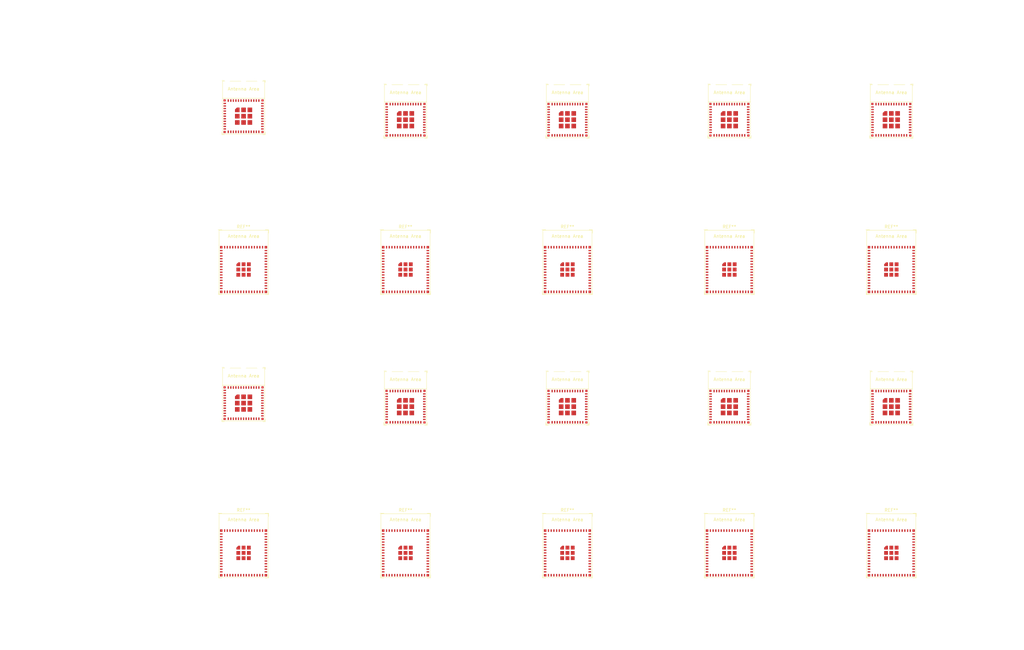
<source format=kicad_pcb>
(kicad_pcb (version 20221018) (generator pcbnew)
  (title_block (rev "v1.0.0"))
  (layers (0 "F.Cu" signal) (31 "B.Cu" signal) (34 "B.Paste" user) (35 "F.Paste" user) (36 "B.SilkS" user "B.Silkscreen") (37 "F.SilkS" user "F.Silkscreen") (38 "B.Mask" user) (39 "F.Mask" user) (44 "Edge.Cuts" user))
  (net 0 "")
  (footprint "$pcb_stencil:StencilHole2mm" (layer "F.Cu") (at 161.29 209.55)
    (fp_text reference "REF**" hide)
    (fp_text value "StencilHole2mm" hide)
  )
  (footprint "$pcb_stencil:StencilHole2mm" (layer "F.Cu") (at 298.45 84.93)
    (fp_text reference "REF**" hide)
    (fp_text value "StencilHole2mm" hide)
  )
  (footprint "$pcb_stencil:StencilHole2mm" (layer "F.Cu") (at 201.93 135.89)
    (fp_text reference "REF**" hide)
    (fp_text value "StencilHole2mm" hide)
  )
  (footprint "$pcb_stencil:StencilHole2mm" (layer "F.Cu") (at 196.85 152.08)
    (fp_text reference "REF**" hide)
    (fp_text value "StencilHole2mm" hide)
  )
  (footprint "$pcb_stencil:StencilHole2mm" (layer "F.Cu") (at 303.53 174.94)
    (fp_text reference "REF**" hide)
    (fp_text value "StencilHole2mm" hide)
  )
  (footprint "$pcb_stencil:StencilHole2mm" (layer "F.Cu") (at 313.69 110.49)
    (fp_text reference "REF**" hide)
    (fp_text value "StencilHole2mm" hide)
  )
  (footprint "$pcb_stencil:StencilHole2mm" (layer "F.Cu") (at 146.05 84.93)
    (fp_text reference "REF**" hide)
    (fp_text value "StencilHole2mm" hide)
  )
  (footprint "$pcb_stencil:StencilHole2mm" (layer "F.Cu") (at 100.33 60.96)
    (fp_text reference "REF**" hide)
    (fp_text value "StencilHole2mm" hide)
  )
  (footprint "$pcb_stencil:StencilHole2mm" (layer "F.Cu") (at 260.35 73.5)
    (fp_text reference "REF**" hide)
    (fp_text value "StencilHole2mm" hide)
  )
  (footprint "$pcb_stencil:StencilHole2mm" (layer "F.Cu") (at 105.41 60.96)
    (fp_text reference "REF**" hide)
    (fp_text value "StencilHole2mm" hide)
  )
  (footprint "$pcb_stencil:StencilHole2mm" (layer "F.Cu") (at 262.89 130.81 90)
    (fp_text reference "REF**" hide)
    (fp_text value "StencilHole2mm" hide)
  )
  (footprint "$pcb_stencil:StencilHole2mm" (layer "F.Cu") (at 95.25 224.79)
    (fp_text reference "REF**" hide)
    (fp_text value "StencilHole2mm" hide)
  )
  (footprint "$pcb_stencil:StencilHole2mm" (layer "F.Cu") (at 234.95 68.42)
    (fp_text reference "REF**" hide)
    (fp_text value "StencilHole2mm" hide)
  )
  (footprint "$pcb_stencil:StencilHole2mm" (layer "F.Cu") (at 209.55 78.58)
    (fp_text reference "REF**" hide)
    (fp_text value "StencilHole2mm" hide)
  )
  (footprint "$pcb_stencil:StencilHole2mm" (layer "F.Cu") (at 242.57 135.89)
    (fp_text reference "REF**" hide)
    (fp_text value "StencilHole2mm" hide)
  )
  (footprint "$pcb_stencil:StencilHole2mm" (layer "F.Cu") (at 313.69 204.47)
    (fp_text reference "REF**" hide)
    (fp_text value "StencilHole2mm" hide)
  )
  (footprint "$pcb_stencil:StencilHole2mm" (layer "F.Cu") (at 196.85 135.89)
    (fp_text reference "REF**" hide)
    (fp_text value "StencilHole2mm" hide)
  )
  (footprint "$pcb_stencil:StencilHole2mm" (layer "F.Cu") (at 133.35 163.51)
    (fp_text reference "REF**" hide)
    (fp_text value "StencilHole2mm" hide)
  )
  (footprint "$pcb_stencil:StencilHole2mm" (layer "F.Cu") (at 85.09 194.31)
    (fp_text reference "REF**" hide)
    (fp_text value "StencilHole2mm" hide)
  )
  (footprint "$pcb_stencil:StencilHole2mm" (layer "F.Cu") (at 313.69 219.71 90)
    (fp_text reference "REF**" hide)
    (fp_text value "StencilHole2mm" hide)
  )
  (footprint "$pcb_stencil:StencilHole2mm" (layer "F.Cu") (at 252.73 152.08)
    (fp_text reference "REF**" hide)
    (fp_text value "StencilHole2mm" hide)
  )
  (footprint "$pcb_stencil:StencilHole2mm" (layer "F.Cu") (at 234.95 78.58)
    (fp_text reference "REF**" hide)
    (fp_text value "StencilHole2mm" hide)
  )
  (footprint "$pcb_stencil:StencilHole2mm" (layer "F.Cu") (at 158.75 158.43)
    (fp_text reference "REF**" hide)
    (fp_text value "StencilHole2mm" hide)
  )
  (footprint "$pcb_stencil:StencilHole2mm" (layer "F.Cu") (at 311.15 158.43)
    (fp_text reference "REF**" hide)
    (fp_text value "StencilHole2mm" hide)
  )
  (footprint "$pcb_stencil:StencilHole2mm" (layer "F.Cu") (at 207.01 62.07)
    (fp_text reference "REF**" hide)
    (fp_text value "StencilHole2mm" hide)
  )
  (footprint "$pcb_stencil:StencilHole2mm" (layer "F.Cu") (at 247.65 84.93)
    (fp_text reference "REF**" hide)
    (fp_text value "StencilHole2mm" hide)
  )
  (footprint "$pcb_stencil:StencilHole2mm" (layer "F.Cu") (at 252.73 84.93)
    (fp_text reference "REF**" hide)
    (fp_text value "StencilHole2mm" hide)
  )
  (footprint "$pcb_stencil:StencilHole2mm" (layer "F.Cu") (at 146.05 105.41)
    (fp_text reference "REF**" hide)
    (fp_text value "StencilHole2mm" hide)
  )
  (footprint "$pcb_stencil:StencilHole2mm" (layer "F.Cu") (at 288.29 84.93)
    (fp_text reference "REF**" hide)
    (fp_text value "StencilHole2mm" hide)
  )
  (footprint "$pcb_stencil:StencilHole2mm" (layer "F.Cu") (at 186.69 105.41)
    (fp_text reference "REF**" hide)
    (fp_text value "StencilHole2mm" hide)
  )
  (footprint "$pcb_stencil:StencilHole2mm" (layer "F.Cu") (at 212.09 125.73 90)
    (fp_text reference "REF**" hide)
    (fp_text value "StencilHole2mm" hide)
  )
  (footprint "$pcb_stencil:StencilHole2mm" (layer "F.Cu") (at 232.41 204.47)
    (fp_text reference "REF**" hide)
    (fp_text value "StencilHole2mm" hide)
  )
  (footprint "$pcb_stencil:StencilHole2mm" (layer "F.Cu") (at 285.75 78.58)
    (fp_text reference "REF**" hide)
    (fp_text value "StencilHole2mm" hide)
  )
  (footprint "$pcb_stencil:StencilHole2mm" (layer "F.Cu") (at 212.09 204.47)
    (fp_text reference "REF**" hide)
    (fp_text value "StencilHole2mm" hide)
  )
  (footprint "$pcb_stencil:StencilHole2mm" (layer "F.Cu") (at 207.01 224.79)
    (fp_text reference "REF**" hide)
    (fp_text value "StencilHole2mm" hide)
  )
  (footprint "Espressif:ESP32-S2-MINI-1" (layer "F.Cu") (at 298.45 120.65)
    (fp_text reference "REF**")
    (fp_text value "ESP32-S2-MINI-1")
  )
  (footprint "$pcb_stencil:StencilHole2mm" (layer "F.Cu") (at 161.29 199.39)
    (fp_text reference "REF**" hide)
    (fp_text value "StencilHole2mm" hide)
  )
  (footprint "$pcb_stencil:StencilHole2mm" (layer "F.Cu") (at 262.89 125.73 90)
    (fp_text reference "REF**" hide)
    (fp_text value "StencilHole2mm" hide)
  )
  (footprint "$pcb_stencil:StencilHole2mm" (layer "F.Cu") (at 207.01 152.08)
    (fp_text reference "REF**" hide)
    (fp_text value "StencilHole2mm" hide)
  )
  (footprint "Espressif:ESP32-S2-MINI-1" (layer "F.Cu") (at 298.45 209.55)
    (fp_text reference "REF**")
    (fp_text value "ESP32-S2-MINI-1")
  )
  (footprint "$pcb_stencil:StencilHole2mm" (layer "F.Cu") (at 146.05 135.89)
    (fp_text reference "REF**" hide)
    (fp_text value "StencilHole2mm" hide)
  )
  (footprint "$pcb_stencil:StencilHole2mm" (layer "F.Cu") (at 212.09 199.39)
    (fp_text reference "REF**" hide)
    (fp_text value "StencilHole2mm" hide)
  )
  (footprint "$pcb_stencil:StencilHole2mm" (layer "F.Cu") (at 283.21 204.47)
    (fp_text reference "REF**" hide)
    (fp_text value "StencilHole2mm" hide)
  )
  (footprint "$pcb_stencil:StencilHole2mm" (layer "F.Cu") (at 184.15 68.42)
    (fp_text reference "REF**" hide)
    (fp_text value "StencilHole2mm" hide)
  )
  (footprint "$pcb_stencil:StencilHole2mm" (layer "F.Cu") (at 130.81 115.57)
    (fp_text reference "REF**" hide)
    (fp_text value "StencilHole2mm" hide)
  )
  (footprint "Espressif:ESP32-S2-MINI-1" (layer "F.Cu") (at 146.05 120.65)
    (fp_text reference "REF**")
    (fp_text value "ESP32-S2-MINI-1")
  )
  (footprint "$pcb_stencil:StencilHole2mm" (layer "F.Cu") (at 308.61 224.79)
    (fp_text reference "REF**" hide)
    (fp_text value "StencilHole2mm" hide)
  )
  (footprint "$pcb_stencil:StencilHole2mm" (layer "F.Cu") (at 82.55 162.4)
    (fp_text reference "REF**" hide)
    (fp_text value "StencilHole2mm" hide)
  )
  (footprint "$pcb_stencil:StencilHole2mm" (layer "F.Cu") (at 135.89 152.08)
    (fp_text reference "REF**" hide)
    (fp_text value "StencilHole2mm" hide)
  )
  (footprint "$pcb_stencil:StencilHole2mm" (layer "F.Cu") (at 156.21 84.93)
    (fp_text reference "REF**" hide)
    (fp_text value "StencilHole2mm" hide)
  )
  (footprint "$pcb_stencil:StencilHole2mm" (layer "F.Cu") (at 283.21 219.71 90)
    (fp_text reference "REF**" hide)
    (fp_text value "StencilHole2mm" hide)
  )
  (footprint "$pcb_stencil:StencilHole2mm" (layer "F.Cu") (at 212.09 219.71 90)
    (fp_text reference "REF**" hide)
    (fp_text value "StencilHole2mm" hide)
  )
  (footprint "Espressif:ESP32-C3-MINI-1" (layer "F.Cu") (at 95.25 69.85)
    (fp_text reference "REF**" hide)
    (fp_text value "ESP32-C3-MINI-1")
  )
  (footprint "$pcb_stencil:StencilHole2mm" (layer "F.Cu") (at 161.29 115.57)
    (fp_text reference "REF**" hide)
    (fp_text value "StencilHole2mm" hide)
  )
  (footprint "$pcb_stencil:StencilHole2mm" (layer "F.Cu") (at 262.89 120.65)
    (fp_text reference "REF**" hide)
    (fp_text value "StencilHole2mm" hide)
  )
  (footprint "$pcb_stencil:StencilHole2mm" (layer "F.Cu") (at 293.37 84.93)
    (fp_text reference "REF**" hide)
    (fp_text value "StencilHole2mm" hide)
  )
  (footprint "$pcb_stencil:StencilHole2mm" (layer "F.Cu") (at 90.17 135.89)
    (fp_text reference "REF**" hide)
    (fp_text value "StencilHole2mm" hide)
  )
  (footprint "$pcb_stencil:StencilHole2mm" (layer "F.Cu") (at 212.09 120.65)
    (fp_text reference "REF**" hide)
    (fp_text value "StencilHole2mm" hide)
  )
  (footprint "$pcb_stencil:StencilHole2mm" (layer "F.Cu") (at 209.55 168.59)
    (fp_text reference "REF**" hide)
    (fp_text value "StencilHole2mm" hide)
  )
  (footprint "$pcb_stencil:StencilHole2mm" (layer "F.Cu") (at 262.89 204.47)
    (fp_text reference "REF**" hide)
    (fp_text value "StencilHole2mm" hide)
  )
  (footprint "$pcb_stencil:StencilHole2mm" (layer "F.Cu") (at 293.37 105.41)
    (fp_text reference "REF**" hide)
    (fp_text value "StencilHole2mm" hide)
  )
  (footprint "$pcb_stencil:StencilHole2mm" (layer "F.Cu") (at 161.29 125.73 90)
    (fp_text reference "REF**" hide)
    (fp_text value "StencilHole2mm" hide)
  )
  (footprint "$pcb_stencil:StencilHole2mm" (layer "F.Cu") (at 181.61 214.63 90)
    (fp_text reference "REF**" hide)
    (fp_text value "StencilHole2mm" hide)
  )
  (footprint "$pcb_stencil:StencilHole2mm" (layer "F.Cu") (at 107.95 162.4)
    (fp_text reference "REF**" hide)
    (fp_text value "StencilHole2mm" hide)
  )
  (footprint "Espressif:ESP32-C3-MINI-1" (layer "F.Cu") (at 247.65 160.97)
    (fp_text reference "REF**" hide)
    (fp_text value "ESP32-C3-MINI-1")
  )
  (footprint "$pcb_stencil:StencilHole2mm" (layer "F.Cu") (at 80.01 120.65)
    (fp_text reference "REF**" hide)
    (fp_text value "StencilHole2mm" hide)
  )
  (footprint "$pcb_stencil:StencilHole2mm" (layer "F.Cu") (at 191.77 174.94)
    (fp_text reference "REF**" hide)
    (fp_text value "StencilHole2mm" hide)
  )
  (footprint "$pcb_stencil:StencilHole2mm" (layer "F.Cu") (at 260.35 78.58)
    (fp_text reference "REF**" hide)
    (fp_text value "StencilHole2mm" hide)
  )
  (footprint "$pcb_stencil:StencilHole2mm" (layer "F.Cu") (at 82.55 167.48)
    (fp_text reference "REF**" hide)
    (fp_text value "StencilHole2mm" hide)
  )
  (footprint "$pcb_stencil:StencilHole2mm" (layer "F.Cu") (at 85.09 150.97)
    (fp_text reference "REF**" hide)
    (fp_text value "StencilHole2mm" hide)
  )
  (footprint "$pcb_stencil:StencilHole2mm" (layer "F.Cu") (at 90.17 194.31)
    (fp_text reference "REF**" hide)
    (fp_text value "StencilHole2mm" hide)
  )
  (footprint "$pcb_stencil:StencilHole2mm" (layer "F.Cu") (at 181.61 199.39)
    (fp_text reference "REF**" hide)
    (fp_text value "StencilHole2mm" hide)
  )
  (footprint "$pcb_stencil:StencilHole2mm" (layer "F.Cu") (at 80.01 219.71 90)
    (fp_text reference "REF**" hide)
    (fp_text value "StencilHole2mm" hide)
  )
  (footprint "$pcb_stencil:StencilHole2mm" (layer "F.Cu") (at 285.75 73.5)
    (fp_text reference "REF**" hide)
    (fp_text value "StencilHole2mm" hide)
  )
  (footprint "$pcb_stencil:StencilHole2mm" (layer "F.Cu") (at 257.81 62.07)
    (fp_text reference "REF**" hide)
    (fp_text value "StencilHole2mm" hide)
  )
  (footprint "$pcb_stencil:StencilHole2mm" (layer "F.Cu") (at 232.41 209.55)
    (fp_text reference "REF**" hide)
    (fp_text value "StencilHole2mm" hide)
  )
  (footprint "$pcb_stencil:StencilHole2mm" (layer "F.Cu") (at 85.09 83.82)
    (fp_text reference "REF**" hide)
    (fp_text value "StencilHole2mm" hide)
  )
  (footprint "$pcb_stencil:StencilHole2mm" (layer "F.Cu") (at 107.95 157.32)
    (fp_text reference "REF**" hide)
    (fp_text value "StencilHole2mm" hide)
  )
  (footprint "$pcb_stencil:StencilHole2mm" (layer "F.Cu") (at 262.89 199.39)
    (fp_text reference "REF**" hide)
    (fp_text value "StencilHole2mm" hide)
  )
  (footprint "$pcb_stencil:StencilHole2mm" (layer "F.Cu") (at 293.37 174.94)
    (fp_text reference "REF**" hide)
    (fp_text value "StencilHole2mm" hide)
  )
  (footprint "$pcb_stencil:StencilHole2mm" (layer "F.Cu") (at 90.17 173.83)
    (fp_text reference "REF**" hide)
    (fp_text value "StencilHole2mm" hide)
  )
  (footprint "$pcb_stencil:StencilHole2mm" (layer "F.Cu") (at 100.33 105.41)
    (fp_text reference "REF**" hide)
    (fp_text value "StencilHole2mm" hide)
  )
  (footprint "$pcb_stencil:StencilHole2mm" (layer "F.Cu") (at 207.01 84.93)
    (fp_text reference "REF**" hide)
    (fp_text value "StencilHole2mm" hide)
  )
  (footprint "$pcb_stencil:StencilHole2mm" (layer "F.Cu") (at 196.85 62.07)
    (fp_text reference "REF**" hide)
    (fp_text value "StencilHole2mm" hide)
  )
  (footprint "$pcb_stencil:StencilHole2mm" (layer "F.Cu") (at 140.97 62.07)
    (fp_text reference "REF**" hide)
    (fp_text value "StencilHole2mm" hide)
  )
  (footprint "$pcb_stencil:StencilHole2mm" (layer "F.Cu") (at 110.49 115.57)
    (fp_text reference "REF**" hide)
    (fp_text value "StencilHole2mm" hide)
  )
  (footprint "$pcb_stencil:StencilHole2mm" (layer "F.Cu") (at 303.53 135.89)
    (fp_text reference "REF**" hide)
    (fp_text value "StencilHole2mm" hide)
  )
  (footprint "$pcb_stencil:StencilHole2mm" (layer "F.Cu") (at 212.09 214.63 90)
    (fp_text reference "REF**" hide)
    (fp_text value "StencilHole2mm" hide)
  )
  (footprint "$pcb_stencil:StencilHole2mm" (layer "F.Cu") (at 207.01 135.89)
    (fp_text reference "REF**" hide)
    (fp_text value "StencilHole2mm" hide)
  )
  (footprint "$pcb_stencil:StencilHole2mm" (layer "F.Cu") (at 237.49 224.79)
    (fp_text reference "REF**" hide)
    (fp_text value "StencilHole2mm" hide)
  )
  (footprint "$pcb_stencil:StencilHole2mm" (layer "F.Cu") (at 186.69 174.94)
    (fp_text reference "REF**" hide)
    (fp_text value "StencilHole2mm" hide)
  )
  (footprint "$pcb_stencil:StencilHole2mm" (layer "F.Cu") (at 105.41 150.97)
    (fp_text reference "REF**" hide)
    (fp_text value "StencilHole2mm" hide)
  )
  (footprint "$pcb_stencil:StencilHole2mm" (layer "F.Cu") (at 80.01 125.73 90)
    (fp_text reference "REF**" hide)
    (fp_text value "StencilHole2mm" hide)
  )
  (footprint "$pcb_stencil:StencilHole2mm" (layer "F.Cu") (at 283.21 115.57)
    (fp_text reference "REF**" hide)
    (fp_text value "StencilHole2mm" hide)
  )
  (footprint "$pcb_stencil:StencilHole2mm" (layer "F.Cu") (at 308.61 84.93)
    (fp_text reference "REF**" hide)
    (fp_text value "StencilHole2mm" hide)
  )
  (footprint "$pcb_stencil:StencilHole2mm" (layer "F.Cu") (at 308.61 194.31)
    (fp_text reference "REF**" hide)
    (fp_text value "StencilHole2mm" hide)
  )
  (footprint "$pcb_stencil:StencilHole2mm" (layer "F.Cu") (at 80.01 214.63 90)
    (fp_text reference "REF**" hide)
    (fp_text value "StencilHole2mm" hide)
  )
  (footprint "$pcb_stencil:StencilHole2mm" (layer "F.Cu") (at 140.97 194.31)
    (fp_text reference "REF**" hide)
    (fp_text value "StencilHole2mm" hide)
  )
  (footprint "$pcb_stencil:StencilHole2mm" (layer "F.Cu") (at 308.61 62.07)
    (fp_text reference "REF**" hide)
    (fp_text value "StencilHole2mm" hide)
  )
  (footprint "$pcb_stencil:StencilHole2mm" (layer "F.Cu") (at 130.81 219.71 90)
    (fp_text reference "REF**" hide)
    (fp_text value "StencilHole2mm" hide)
  )
  (footprint "$pcb_stencil:StencilHole2mm" (layer "F.Cu") (at 247.65 224.79)
    (fp_text reference "REF**" hide)
    (fp_text value "StencilHole2mm" hide)
  )
  (footprint "$pcb_stencil:StencilHole2mm" (layer "F.Cu") (at 95.25 83.82)
    (fp_text reference "REF**" hide)
    (fp_text value "StencilHole2mm" hide)
  )
  (footprint "$pcb_stencil:StencilHole2mm" (layer "F.Cu") (at 262.89 115.57)
    (fp_text reference "REF**" hide)
    (fp_text value "StencilHole2mm" hide)
  )
  (footprint "$pcb_stencil:StencilHole2mm" (layer "F.Cu") (at 130.81 120.65)
    (fp_text reference "REF**" hide)
    (fp_text value "StencilHole2mm" hide)
  )
  (footprint "$pcb_stencil:StencilHole2mm" (layer "F.Cu") (at 156.21 194.31)
    (fp_text reference "REF**" hide)
    (fp_text value "StencilHole2mm" hide)
  )
  (footprint "$pcb_stencil:StencilHole2mm" (layer "F.Cu") (at 308.61 105.41)
    (fp_text reference "REF**" hide)
    (fp_text value "StencilHole2mm" hide)
  )
  (footprint "$pcb_stencil:StencilHole2mm" (layer "F.Cu") (at 156.21 135.89)
    (fp_text reference "REF**" hide)
    (fp_text value "StencilHole2mm" hide)
  )
  (footprint "$pcb_stencil:StencilHole2mm" (layer "F.Cu") (at 135.89 174.94)
    (fp_text reference "REF**" hide)
    (fp_text value "StencilHole2mm" hide)
  )
  (footprint "$pcb_stencil:StencilHole2mm" (layer "F.Cu") (at 201.93 62.07)
    (fp_text reference "REF**" hide)
    (fp_text value "StencilHole2mm" hide)
  )
  (footprint "$pcb_stencil:StencilHole2mm" (layer "F.Cu") (at 90.17 224.79)
    (fp_text reference "REF**" hide)
    (fp_text value "StencilHole2mm" hide)
  )
  (footprint "$pcb_stencil:StencilHole2mm" (layer "F.Cu") (at 209.55 68.42)
    (fp_text reference "REF**" hide)
    (fp_text value "StencilHole2mm" hide)
  )
  (footprint "$pcb_stencil:StencilHole2mm" (layer "F.Cu") (at 298.45 174.94)
    (fp_text reference "REF**" hide)
    (fp_text value "StencilHole2mm" hide)
  )
  (footprint "$pcb_stencil:StencilHole2mm" (layer "F.Cu") (at 95.25 194.31)
    (fp_text reference "REF**" hide)
    (fp_text value "StencilHole2mm" hide)
  )
  (footprint "$pcb_stencil:StencilHole2mm" (layer "F.Cu") (at 257.81 224.79)
    (fp_text reference "REF**" hide)
    (fp_text value "StencilHole2mm" hide)
  )
  (footprint "$pcb_stencil:StencilHole2mm" (layer "F.Cu") (at 288.29 135.89)
    (fp_text reference "REF**" hide)
    (fp_text value "StencilHole2mm" hide)
  )
  (footprint "$pcb_stencil:StencilHole2mm" (layer "F.Cu") (at 311.15 168.59)
    (fp_text reference "REF**" hide)
    (fp_text value "StencilHole2mm" hide)
  )
  (footprint "$pcb_stencil:StencilHole2mm" (layer "F.Cu") (at 107.95 167.48)
    (fp_text reference "REF**" hide)
    (fp_text value "StencilHole2mm" hide)
  )
  (footprint "$pcb_stencil:StencilHole2mm" (layer "F.Cu") (at 95.25 150.97)
    (fp_text reference "REF**" hide)
    (fp_text value "StencilHole2mm" hide)
  )
  (footprint "$pcb_stencil:StencilHole2mm" (layer "F.Cu") (at 232.41 125.73 90)
    (fp_text reference "REF**" hide)
    (fp_text value "StencilHole2mm" hide)
  )
  (footprint "$pcb_stencil:StencilHole2mm" (layer "F.Cu") (at 234.95 168.59)
    (fp_text reference "REF**" hide)
    (fp_text value "StencilHole2mm" hide)
  )
  (footprint "$pcb_stencil:StencilHole2mm" (layer "F.Cu") (at 283.21 120.65)
    (fp_text reference "REF**" hide)
    (fp_text value "StencilHole2mm" hide)
  )
  (footprint "$pcb_stencil:StencilHole2mm" (layer "F.Cu") (at 303.53 62.07)
    (fp_text reference "REF**" hide)
    (fp_text value "StencilHole2mm" hide)
  )
  (footprint "$pcb_stencil:StencilHole2mm" (layer "F.Cu") (at 298.45 152.08)
    (fp_text reference "REF**" hide)
    (fp_text value "StencilHole2mm" hide)
  )
  (footprint "$pcb_stencil:StencilHole2mm" (layer "F.Cu") (at 80.01 209.55)
    (fp_text reference "REF**" hide)
    (fp_text value "StencilHole2mm" hide)
  )
  (footprint "$pcb_stencil:StencilHole2mm" (layer "F.Cu") (at 201.93 84.93)
    (fp_text reference "REF**" hide)
    (fp_text value "StencilHole2mm" hide)
  )
  (footprint "$pcb_stencil:StencilHole2mm" (layer "F.Cu") (at 130.81 130.81 90)
    (fp_text reference "REF**" hide)
    (fp_text value "StencilHole2mm" hide)
  )
  (footprint "$pcb_stencil:StencilHole2mm" (layer "F.Cu") (at 90.17 83.82)
    (fp_text reference "REF**" hide)
    (fp_text value "StencilHole2mm" hide)
  )
  (footprint "$pcb_stencil:StencilHole2mm" (layer "F.Cu") (at 313.69 209.55)
    (fp_text reference "REF**" hide)
    (fp_text value "StencilHole2mm" hide)
  )
  (footprint "$pcb_stencil:StencilHole2mm" (layer "F.Cu") (at 313.69 199.39)
    (fp_text reference "REF**" hide)
    (fp_text value "StencilHole2mm" hide)
  )
  (footprint "$pcb_stencil:StencilHole2mm" (layer "F.Cu") (at 146.05 152.08)
    (fp_text reference "REF**" hide)
    (fp_text value "StencilHole2mm" hide)
  )
  (footprint "$pcb_stencil:StencilHole2mm" (layer "F.Cu") (at 298.45 194.31)
    (fp_text reference "REF**" hide)
    (fp_text value "StencilHole2mm" hide)
  )
  (footprint "$pcb_stencil:StencilHole2mm" (layer "F.Cu") (at 100.33 150.97)
    (fp_text reference "REF**" hide)
    (fp_text value "StencilHole2mm" hide)
  )
  (footprint "$pcb_stencil:StencilHole2mm" (layer "F.Cu") (at 237.49 135.89)
    (fp_text reference "REF**" hide)
    (fp_text value "StencilHole2mm" hide)
  )
  (footprint "$pcb_stencil:StencilHole2mm" (layer "F.Cu") (at 196.85 84.93)
    (fp_text reference "REF**" hide)
    (fp_text value "StencilHole2mm" hide)
  )
  (footprint "$pcb_stencil:StencilHole2mm" (layer "F.Cu") (at 288.29 174.94)
    (fp_text reference "REF**" hide)
    (fp_text value "StencilHole2mm" hide)
  )
  (footprint "$pcb_stencil:StencilHole2mm" (layer "F.Cu") (at 110.49 209.55)
    (fp_text reference "REF**" hide)
    (fp_text value "StencilHole2mm" hide)
  )
  (footprint "$pcb_stencil:StencilHole2mm" (layer "F.Cu") (at 105.41 83.82)
    (fp_text reference "REF**" hide)
    (fp_text value "StencilHole2mm" hide)
  )
  (footprint "$pcb_stencil:StencilHole2mm" (layer "F.Cu") (at 90.17 150.97)
    (fp_text reference "REF**" hide)
    (fp_text value "StencilHole2mm" hide)
  )
  (footprint "$pcb_stencil:StencilHole2mm" (layer "F.Cu") (at 293.37 62.07)
    (fp_text reference "REF**" hide)
    (fp_text value "StencilHole2mm" hide)
  )
  (footprint "$pcb_stencil:StencilHole2mm" (layer "F.Cu") (at 161.29 204.47)
    (fp_text reference "REF**" hide)
    (fp_text value "StencilHole2mm" hide)
  )
  (footprint "$pcb_stencil:StencilHole2mm" (layer "F.Cu") (at 232.41 115.57)
    (fp_text reference "REF**" hide)
    (fp_text value "StencilHole2mm" hide)
  )
  (footprint "$pcb_stencil:StencilHole2mm" (layer "F.Cu") (at 262.89 110.49)
    (fp_text reference "REF**" hide)
    (fp_text value "StencilHole2mm" hide)
  )
  (footprint "$pcb_stencil:StencilHole2mm" (layer "F.Cu") (at 247.65 105.41)
    (fp_text reference "REF**" hide)
    (fp_text value "StencilHole2mm" hide)
  )
  (footprint "$pcb_stencil:StencilHole2mm" (layer "F.Cu") (at 260.35 168.59)
    (fp_text reference "REF**" hide)
    (fp_text value "StencilHole2mm" hide)
  )
  (footprint "$pcb_stencil:StencilHole2mm" (layer "F.Cu") (at 257.81 135.89)
    (fp_text reference "REF**" hide)
    (fp_text value "StencilHole2mm" hide)
  )
  (footprint "$pcb_stencil:StencilHole2mm" (layer "F.Cu") (at 158.75 73.5)
    (fp_text reference "REF**" hide)
    (fp_text value "StencilHole2mm" hide)
  )
  (footprint "$pcb_stencil:StencilHole2mm" (layer "F.Cu") (at 110.49 110.49)
    (fp_text reference "REF**" hide)
    (fp_text value "StencilHole2mm" hide)
  )
  (footprint "$pcb_stencil:StencilHole2mm" (layer "F.Cu") (at 130.81 214.63 90)
    (fp_text reference "REF**" hide)
    (fp_text value "StencilHole2mm" hide)
  )
  (footprint "$pcb_stencil:StencilHole2mm" (layer "F.Cu") (at 135.89 194.31)
    (fp_text reference "REF**" hide)
    (fp_text value "StencilHole2mm" hide)
  )
  (footprint "$pcb_stencil:StencilHole2mm" (layer "F.Cu") (at 191.77 105.41)
    (fp_text reference "REF**" hide)
    (fp_text value "StencilHole2mm" hide)
  )
  (footprint "$pcb_stencil:StencilHole2mm" (layer "F.Cu") (at 257.81 174.94)
    (fp_text reference "REF**" hide)
    (fp_text value "StencilHole2mm" hide)
  )
  (footprint "$pcb_stencil:StencilHole2mm" (layer "F.Cu") (at 285.75 158.43)
    (fp_text reference "REF**" hide)
    (fp_text value "StencilHole2mm" hide)
  )
  (footprint "$pcb_stencil:StencilHole2mm" (layer "F.Cu") (at 186.69 62.07)
    (fp_text reference "REF**" hide)
    (fp_text value "StencilHole2mm" hide)
  )
  (footprint "$pcb_stencil:StencilHole2mm" (layer "F.Cu") (at 95.25 135.89)
    (fp_text reference "REF**" hide)
    (fp_text value "StencilHole2mm" hide)
  )
  (footprint "$pcb_stencil:StencilHole2mm" (layer "F.Cu") (at 151.13 194.31)
    (fp_text reference "REF**" hide)
    (fp_text value "StencilHole2mm" hide)
  )
  (footprint "$pcb_stencil:StencilHole2mm" (layer "F.Cu") (at 252.73 224.79)
    (fp_text reference "REF**" hide)
    (fp_text value "StencilHole2mm" hide)
  )
  (footprint "$pcb_stencil:StencilHole2mm" (layer "F.Cu") (at 242.57 152.08)
    (fp_text reference "REF**" hide)
    (fp_text value "StencilHole2mm" hide)
  )
  (footprint "$pcb_stencil:StencilHole2mm" (layer "F.Cu") (at 156.21 152.08)
    (fp_text reference "REF**" hide)
    (fp_text value "StencilHole2mm" hide)
  )
  (footprint "$pcb_stencil:StencilHole2mm" (layer "F.Cu") (at 201.93 152.08)
    (fp_text reference "REF**" hide)
    (fp_text value "StencilHole2mm" hide)
  )
  (footprint "$pcb_stencil:StencilHole2mm" (layer "F.Cu") (at 151.13 62.07)
    (fp_text reference "REF**" hide)
    (fp_text value "StencilHole2mm" hide)
  )
  (footprint "$pcb_stencil:StencilHole2mm" (layer "F.Cu") (at 283.21 125.73 90)
    (fp_text reference "REF**" hide)
    (fp_text value "StencilHole2mm" hide)
  )
  (footprint "$pcb_stencil:StencilHole2mm" (layer "F.Cu") (at 298.45 62.07)
    (fp_text reference "REF**" hide)
    (fp_text value "StencilHole2mm" hide)
  )
  (footprint "$pcb_stencil:StencilHole2mm" (layer "F.Cu") (at 234.95 158.43)
    (fp_text reference "REF**" hide)
    (fp_text value "StencilHole2mm" hide)
  )
  (footprint "$pcb_stencil:StencilHole2mm" (layer "F.Cu") (at 252.73 135.89)
    (fp_text reference "REF**" hide)
    (fp_text value "StencilHole2mm" hide)
  )
  (footprint "$pcb_stencil:StencilHole2mm" (layer "F.Cu") (at 156.21 174.94)
    (fp_text reference "REF**" hide)
    (fp_text value "StencilHole2mm" hide)
  )
  (footprint "$pcb_stencil:StencilHole2mm" (layer "F.Cu") (at 288.29 105.41)
    (fp_text reference "REF**" hide)
    (fp_text value "StencilHole2mm" hide)
  )
  (footprint "$pcb_stencil:StencilHole2mm" (layer "F.Cu") (at 303.53 84.93)
    (fp_text reference "REF**" hide)
    (fp_text value "StencilHole2mm" hide)
  )
  (footprint "$pcb_stencil:StencilHole2mm" (layer "F.Cu") (at 207.01 194.31)
    (fp_text reference "REF**" hide)
    (fp_text value "StencilHole2mm" hide)
  )
  (footprint "$pcb_stencil:StencilHole2mm" (layer "F.Cu") (at 133.35 73.5)
    (fp_text reference "REF**" hide)
    (fp_text value "StencilHole2mm" hide)
  )
  (footprint "$pcb_stencil:StencilHole2mm" (layer "F.Cu") (at 100.33 173.83)
    (fp_text reference "REF**" hide)
    (fp_text value "StencilHole2mm" hide)
  )
  (footprint "$pcb_stencil:StencilHole2mm" (layer "F.Cu") (at 257.81 105.41)
    (fp_text reference "REF**" hide)
    (fp_text value "StencilHole2mm" hide)
  )
  (footprint "Espressif:ESP32-S2-MINI-1" (layer "F.Cu") (at 247.65 120.65)
    (fp_text reference "REF**")
    (fp_text value "ESP32-S2-MINI-1")
  )
  (footprint "$pcb_stencil:StencilHole2mm" (layer "F.Cu") (at 234.95 163.51)
    (fp_text reference "REF**" hide)
    (fp_text value "StencilHole2mm" hide)
  )
  (footprint "$pcb_stencil:StencilHole2mm" (layer "F.Cu") (at 184.15 78.58)
    (fp_text reference "REF**" hide)
    (fp_text value "StencilHole2mm" hide)
  )
  (footprint "$pcb_stencil:StencilHole2mm" (layer "F.Cu") (at 311.15 163.51)
    (fp_text reference "REF**" hide)
    (fp_text value "StencilHole2mm" hide)
  )
  (footprint "$pcb_stencil:StencilHole2mm" (layer "F.Cu") (at 313.69 130.81 90)
    (fp_text reference "REF**" hide)
    (fp_text value "StencilHole2mm" hide)
  )
  (footprint "$pcb_stencil:StencilHole2mm" (layer "F.Cu") (at 161.29 130.81 90)
    (fp_text reference "REF**" hide)
    (fp_text value "StencilHole2mm" hide)
  )
  (footprint "$pcb_stencil:StencilHole2mm" (layer "F.Cu") (at 181.61 115.57)
    (fp_text reference "REF**" hide)
    (fp_text value "StencilHole2mm" hide)
  )
  (footprint "$pcb_stencil:StencilHole2mm" (layer "F.Cu") (at 100.33 135.89)
    (fp_text reference "REF**" hide)
    (fp_text value "StencilHole2mm" hide)
  )
  (footprint "$pcb_stencil:StencilHole2mm" (layer "F.Cu") (at 311.15 78.58)
    (fp_text reference "REF**" hide)
    (fp_text value "StencilHole2mm" hide)
  )
  (footprint "$pcb_stencil:StencilHole2mm" (layer "F.Cu") (at 260.35 68.42)
    (fp_text reference "REF**" hide)
    (fp_text value "StencilHole2mm" hide)
  )
  (footprint "$pcb_stencil:StencilHole2mm" (layer "F.Cu") (at 80.01 130.81 90)
    (fp_text reference "REF**" hide)
    (fp_text value "StencilHole2mm" hide)
  )
  (footprint "$pcb_stencil:StencilHole2mm" (layer "F.Cu") (at 212.09 110.49)
    (fp_text reference "REF**" hide)
    (fp_text value "StencilHole2mm" hide)
  )
  (footprint "$pcb_stencil:StencilHole2mm" (layer "F.Cu") (at 293.37 152.08)
    (fp_text reference "REF**" hide)
    (fp_text value "StencilHole2mm" hide)
  )
  (footprint "$pcb_stencil:StencilHole2mm" (layer "F.Cu") (at 308.61 135.89)
    (fp_text reference "REF**" hide)
    (fp_text value "StencilHole2mm" hide)
  )
  (footprint "$pcb_stencil:StencilHole2mm" (layer "F.Cu") (at 100.33 224.79)
    (fp_text reference "REF**" hide)
    (fp_text value "StencilHole2mm" hide)
  )
  (footprint "$pcb_stencil:StencilHole2mm" (layer "F.Cu") (at 207.01 105.41)
    (fp_text reference "REF**" hide)
    (fp_text value "StencilHole2mm" hide)
  )
  (footprint "$pcb_stencil:StencilHole2mm" (layer "F.Cu") (at 90.17 60.96)
    (fp_text reference "REF**" hide)
    (fp_text value "StencilHole2mm" hide)
  )
  (footprint "$pcb_stencil:StencilHole2mm" (layer "F.Cu") (at 252.73 62.07)
    (fp_text reference "REF**" hide)
    (fp_text value "StencilHole2mm" hide)
  )
  (footprint "$pcb_stencil:StencilHole2mm" (layer "F.Cu") (at 237.49 62.07)
    (fp_text reference "REF**" hide)
    (fp_text value "StencilHole2mm" hide)
  )
  (footprint "$pcb_stencil:StencilHole2mm" (layer "F.Cu") (at 140.97 105.41)
    (fp_text reference "REF**" hide)
    (fp_text value "StencilHole2mm" hide)
  )
  (footprint "$pcb_stencil:StencilHole2mm" (layer "F.Cu") (at 212.09 130.81 90)
    (fp_text reference "REF**" hide)
    (fp_text value "StencilHole2mm" hide)
  )
  (footprint "$pcb_stencil:StencilHole2mm" (layer "F.Cu") (at 85.09 224.79)
    (fp_text reference "REF**" hide)
    (fp_text value "StencilHole2mm" hide)
  )
  (footprint "$pcb_stencil:StencilHole2mm" (layer "F.Cu") (at 184.15 168.59)
    (fp_text reference "REF**" hide)
    (fp_text value "StencilHole2mm" hide)
  )
  (footprint "$pcb_stencil:StencilHole2mm" (layer "F.Cu") (at 247.65 152.08)
    (fp_text reference "REF**" hide)
    (fp_text value "StencilHole2mm" hide)
  )
  (footprint "$pcb_stencil:StencilHole2mm" (layer "F.Cu") (at 209.55 158.43)
    (fp_text reference "REF**" hide)
    (fp_text value "StencilHole2mm" hide)
  )
  (footprint "$pcb_stencil:StencilHole2mm" (layer "F.Cu") (at 212.09 209.55)
    (fp_text reference "REF**" hide)
    (fp_text value "StencilHole2mm" hide)
  )
  (footprint "$pcb_stencil:StencilHole2mm" (layer "F.Cu") (at 107.95 77.47)
    (fp_text reference "REF**" hide)
    (fp_text value "StencilHole2mm" hide)
  )
  (footprint "$pcb_stencil:StencilHole2mm" (layer "F.Cu") (at 156.21 62.07)
    (fp_text reference "REF**" hide)
    (fp_text value "StencilHole2mm" hide)
  )
  (footprint "$pcb_stencil:StencilHole2mm" (layer "F.Cu") (at 146.05 62.07)
    (fp_text reference "REF**" hide)
    (fp_text value "StencilHole2mm" hide)
  )
  (footprint "$pcb_stencil:StencilHole2mm" (layer "F.Cu") (at 161.29 120.65)
    (fp_text reference "REF**" hide)
    (fp_text value "StencilHole2mm" hide)
  )
  (footprint "$pcb_stencil:StencilHole2mm" (layer "F.Cu") (at 232.41 110.49)
    (fp_text reference "REF**" hide)
    (fp_text value "StencilHole2mm" hide)
  )
  (footprint "$pcb_stencil:StencilHole2mm" (layer "F.Cu") (at 308.61 174.94)
    (fp_text reference "REF**" hide)
    (fp_text value "StencilHole2mm" hide)
  )
  (footprint "$pcb_stencil:StencilHole2mm" (layer "F.Cu") (at 135.89 84.93)
    (fp_text reference "REF**" hide)
    (fp_text value "StencilHole2mm" hide)
  )
  (footprint "$pcb_stencil:StencilHole2mm" (layer "F.Cu") (at 146.05 194.31)
    (fp_text reference "REF**" hide)
    (fp_text value "StencilHole2mm" hide)
  )
  (footprint "Espressif:ESP32-C3-MINI-1" (layer "F.Cu") (at 95.25 159.86)
    (fp_text reference "REF**" hide)
    (fp_text value "ESP32-C3-MINI-1")
  )
  (footprint "$pcb_stencil:StencilHole2mm" (layer "F.Cu") (at 135.89 62.07)
    (fp_text reference "REF**" hide)
    (fp_text value "StencilHole2mm" hide)
  )
  (footprint "Espressif:ESP32-C3-MINI-1" (layer "F.Cu") (at 298.45 160.97)
    (fp_text reference "REF**" hide)
    (fp_text value "ESP32-C3-MINI-1")
  )
  (footprint "$pcb_stencil:StencilHole2mm" (layer "F.Cu") (at 107.95 67.31)
    (fp_text reference "REF**" hide)
    (fp_text value "StencilHole2mm" hide)
  )
  (footprint "$pcb_stencil:StencilHole2mm" (layer "F.Cu") (at 158.75 168.59)
    (fp_text reference "REF**" hide)
    (fp_text value "StencilHole2mm" hide)
  )
  (footprint "$pcb_stencil:StencilHole2mm" (layer "F.Cu") (at 298.45 135.89)
    (fp_text reference "REF**" hide)
    (fp_text value "StencilHole2mm" hide)
  )
  (footprint "$pcb_stencil:StencilHole2mm" (layer "F.Cu") (at 283.21 199.39)
    (fp_text reference "REF**" hide)
    (fp_text value "StencilHole2mm" hide)
  )
  (footprint "$pcb_stencil:StencilHole2mm" (layer "F.Cu") (at 186.69 135.89)
    (fp_text reference "REF**" hide)
    (fp_text value "StencilHole2mm" hide)
  )
  (footprint "$pcb_stencil:StencilHole2mm" (layer "F.Cu") (at 85.09 135.89)
    (fp_text reference "REF**" hide)
    (fp_text value "StencilHole2mm" hide)
  )
  (footprint "$pcb_stencil:StencilHole2mm" (layer "F.Cu") (at 151.13 152.08)
    (fp_text reference "REF**" hide)
    (fp_text value "StencilHole2mm" hide)
  )
  (footprint "$pcb_stencil:StencilHole2mm" (layer "F.Cu") (at 247.65 174.94)
    (fp_text reference "REF**" hide)
    (fp_text value "StencilHole2mm" hide)
  )
  (footprint "$pcb_stencil:StencilHole2mm" (layer "F.Cu") (at 247.65 62.07)
    (fp_text reference "REF**" hide)
    (fp_text value "StencilHole2mm" hide)
  )
  (footprint "$pcb_stencil:StencilHole2mm" (layer "F.Cu") (at 181.61 219.71 90)
    (fp_text reference "REF**" hide)
    (fp_text value "StencilHole2mm" hide)
  )
  (footprint "$pcb_stencil:StencilHole2mm" (layer "F.Cu") (at 133.35 168.59)
    (fp_text reference "REF**" hide)
    (fp_text value "StencilHole2mm" hide)
  )
  (footprint "$pcb_stencil:StencilHole2mm" (layer "F.Cu") (at 313.69 125.73 90)
    (fp_text reference "REF**" hide)
    (fp_text value "StencilHole2mm" hide)
  )
  (footprint "$pcb_stencil:StencilHole2mm" (layer "F.Cu") (at 257.81 194.31)
    (fp_text reference "REF**" hide)
    (fp_text value "StencilHole2mm" hide)
  )
  (footprint "$pcb_stencil:StencilHole2mm" (layer "F.Cu") (at 140.97 84.93)
    (fp_text reference "REF**" hide)
    (fp_text value "StencilHole2mm" hide)
  )
  (footprint "$pcb_stencil:StencilHole2mm" (layer "F.Cu") (at 105.41 105.41)
    (fp_text reference "REF**" hide)
    (fp_text value "StencilHole2mm" hide)
  )
  (footprint "$pcb_stencil:StencilHole2mm" (layer "F.Cu") (at 232.41 199.39)
    (fp_text reference "REF**" hide)
    (fp_text value "StencilHole2mm" hide)
  )
  (footprint "$pcb_stencil:StencilHole2mm" (layer "F.Cu") (at 252.73 174.94)
    (fp_text reference "REF**" hide)
    (fp_text value "StencilHole2mm" hide)
  )
  (footprint "$pcb_stencil:StencilHole2mm" (layer "F.Cu") (at 110.49 219.71 90)
    (fp_text reference "REF**" hide)
    (fp_text value "StencilHole2mm" hide)
  )
  (footprint "$pcb_stencil:StencilHole2mm" (layer "F.Cu") (at 237.49 105.41)
    (fp_text reference "REF**" hide)
    (fp_text value "StencilHole2mm" hide)
  )
  (footprint "$pcb_stencil:StencilHole2mm" (layer "F.Cu") (at 262.89 214.63 90)
    (fp_text reference "REF**" hide)
    (fp_text value "StencilHole2mm" hide)
  )
  (footprint "$pcb_stencil:StencilHole2mm" (layer "F.Cu") (at 181.61 110.49)
    (fp_text reference "REF**" hide)
    (fp_text value "StencilHole2mm" hide)
  )
  (footprint "$pcb_stencil:StencilHole2mm" (layer "F.Cu") (at 242.57 84.93)
    (fp_text reference "REF**" hide)
    (fp_text value "StencilHole2mm" hide)
  )
  (footprint "$pcb_stencil:StencilHole2mm" (layer "F.Cu") (at 285.75 168.59)
    (fp_text reference "REF**" hide)
    (fp_text value "StencilHole2mm" hide)
  )
  (footprint "$pcb_stencil:StencilHole2mm" (layer "F.Cu") (at 156.21 224.79)
    (fp_text reference "REF**" hide)
    (fp_text value "StencilHole2mm" hide)
  )
  (footprint "$pcb_stencil:StencilHole2mm" (layer "F.Cu") (at 140.97 152.08)
    (fp_text reference "REF**" hide)
    (fp_text value "StencilHole2mm" hide)
  )
  (footprint "Espressif:ESP32-C3-MINI-1" (layer "F.Cu") (at 146.05 160.97)
    (fp_text reference "REF**" hide)
    (fp_text value "ESP32-C3-MINI-1")
  )
  (footprint "$pcb_stencil:StencilHole2mm" (layer "F.Cu") (at 209.55 73.5)
    (fp_text reference "REF**" hide)
    (fp_text value "StencilHole2mm" hide)
  )
  (footprint "$pcb_stencil:StencilHole2mm" (layer "F.Cu") (at 181.61 120.65)
    (fp_text reference "REF**" hide)
    (fp_text value "StencilHole2mm" hide)
  )
  (footprint "Espressif:ESP32-C3-MINI-1" (layer "F.Cu") (at 196.85 70.96)
    (fp_text reference "REF**" hide)
    (fp_text value "ESP32-C3-MINI-1")
  )
  (footprint "$pcb_stencil:StencilHole2mm" (layer "F.Cu") (at 158.75 78.58)
    (fp_text reference "REF**" hide)
    (fp_text value "StencilHole2mm" hide)
  )
  (footprint "$pcb_stencil:StencilHole2mm" (layer "F.Cu") (at 90.17 105.41)
    (fp_text reference "REF**" hide)
    (fp_text value "StencilHole2mm" hide)
  )
  (footprint "$pcb_stencil:StencilHole2mm" (layer "F.Cu") (at 95.25 173.83)
    (fp_text reference "REF**" hide)
    (fp_text value "StencilHole2mm" hide)
  )
  (footprint "$pcb_stencil:StencilHole2mm" (layer "F.Cu") (at 133.35 158.43)
    (fp_text reference "REF**" hide)
    (fp_text value "StencilHole2mm" hide)
  )
  (footprint "$pcb_stencil:StencilHole2mm" (layer "F.Cu") (at 105.41 194.31)
    (fp_text reference "REF**" hide)
    (fp_text value "StencilHole2mm" hide)
  )
  (footprint "$pcb_stencil:StencilHole2mm" (layer "F.Cu") (at 201.93 224.79)
    (fp_text reference "REF**" hide)
    (fp_text value "StencilHole2mm" hide)
  )
  (footprint "$pcb_stencil:StencilHole2mm" (layer "F.Cu") (at 232.41 214.63 90)
    (fp_text reference "REF**" hide)
    (fp_text value "StencilHole2mm" hide)
  )
  (footprint "$pcb_stencil:StencilHole2mm" (layer "F.Cu") (at 232.41 120.65)
    (fp_text reference "REF**" hide)
    (fp_text value "StencilHole2mm" hide)
  )
  (footprint "$pcb_stencil:StencilHole2mm" (layer "F.Cu") (at 161.29 214.63 90)
    (fp_text reference "REF**" hide)
    (fp_text value "StencilHole2mm" hide)
  )
  (footprint "Espressif:ESP32-S2-MINI-1" (layer "F.Cu") (at 196.85 120.65)
    (fp_text reference "REF**")
    (fp_text value "ESP32-S2-MINI-1")
  )
  (footprint "$pcb_stencil:StencilHole2mm" (layer "F.Cu") (at 130.81 209.55)
    (fp_text reference "REF**" hide)
    (fp_text value "StencilHole2mm" hide)
  )
  (footprint "$pcb_stencil:StencilHole2mm" (layer "F.Cu") (at 196.85 224.79)
    (fp_text reference "REF**" hide)
    (fp_text value "StencilHole2mm" hide)
  )
  (footprint "$pcb_stencil:StencilHole2mm" (layer "F.Cu") (at 242.57 194.31)
    (fp_text reference "REF**" hide)
    (fp_text value "StencilHole2mm" hide)
  )
  (footprint "$pcb_stencil:StencilHole2mm" (layer "F.Cu") (at 283.21 214.63 90)
    (fp_text reference "REF**" hide)
    (fp_text value "StencilHole2mm" hide)
  )
  (footprint "$pcb_stencil:StencilHole2mm" (layer "F.Cu") (at 308.61 152.08)
    (fp_text reference "REF**" hide)
    (fp_text value "StencilHole2mm" hide)
  )
  (footprint "$pcb_stencil:StencilHole2mm" (layer "F.Cu") (at 82.55 157.32)
    (fp_text reference "REF**" hide)
    (fp_text value "StencilHole2mm" hide)
  )
  (footprint "$pcb_stencil:StencilHole2mm" (layer "F.Cu") (at 161.29 219.71 90)
    (fp_text reference "REF**" hide)
    (fp_text value "StencilHole2mm" hide)
  )
  (footprint "$pcb_stencil:StencilHole2mm" (layer "F.Cu") (at 298.45 105.41)
    (fp_text reference "REF**" hide)
    (fp_text value "StencilHole2mm" hide)
  )
  (footprint "$pcb_stencil:StencilHole2mm" (layer "F.Cu") (at 156.21 105.41)
    (fp_text reference "REF**" hide)
    (fp_text value "StencilHole2mm" hide)
  )
  (footprint "$pcb_stencil:StencilHole2mm" (layer "F.Cu") (at 285.75 68.42)
    (fp_text reference "REF**" hide)
    (fp_text value "StencilHole2mm" hide)
  )
  (footprint "$pcb_stencil:StencilHole2mm" (layer "F.Cu") (at 105.41 173.83)
    (fp_text reference "REF**" hide)
    (fp_text value "StencilHole2mm" hide)
  )
  (footprint "$pcb_stencil:StencilHole2mm" (layer "F.Cu") (at 191.77 84.93)
    (fp_text reference "REF**" hide)
    (fp_text value "StencilHole2mm" hide)
  )
  (footprint "$pcb_stencil:StencilHole2mm" (layer "F.Cu") (at 257.81 84.93)
    (fp_text reference "REF**" hide)
    (fp_text value "StencilHole2mm" hide)
  )
  (footprint "$pcb_stencil:StencilHole2mm" (layer "F.Cu") (at 186.69 152.08)
    (fp_text reference "REF**" hide)
    (fp_text value "StencilHole2mm" hide)
  )
  (footprint "$pcb_stencil:StencilHole2mm" (layer "F.Cu") (at 85.09 105.41)
    (fp_text reference "REF**" hide)
    (fp_text value "StencilHole2mm" hide)
  )
  (footprint "$pcb_stencil:StencilHole2mm" (layer "F.Cu") (at 135.89 105.41)
    (fp_text reference "REF**" hide)
    (fp_text value "StencilHole2mm" hide)
  )
  (footprint "Espressif:ESP32-C3-MINI-1" (layer "F.Cu") (at 196.85 160.97)
    (fp_text reference "REF**" hide)
    (fp_text value "ESP32-C3-MINI-1")
  )
  (footprint "$pcb_stencil:StencilHole2mm" (layer "F.Cu") (at 181.61 130.81 90)
    (fp_text reference "REF**" hide)
    (fp_text value "StencilHole2mm" hide)
  )
  (footprint "Espressif:ESP32-C3-MINI-1" (layer "F.Cu") (at 298.45 70.96)
    (fp_text reference "REF**" hide)
    (fp_text value "ESP32-C3-MINI-1")
  )
  (footprint "$pcb_stencil:StencilHole2mm" (layer "F.Cu") (at 298.45 224.79)
    (fp_text reference "REF**" hide)
    (fp_text value "StencilHole2mm" hide)
  )
  (footprint "$pcb_stencil:StencilHole2mm" (layer "F.Cu") (at 237.49 152.08)
    (fp_text reference "REF**" hide)
    (fp_text value "StencilHole2mm" hide)
  )
  (footprint "$pcb_stencil:StencilHole2mm" (layer "F.Cu") (at 242.57 105.41)
    (fp_text reference "REF**" hide)
    (fp_text value "StencilHole2mm" hide)
  )
  (footprint "$pcb_stencil:StencilHole2mm" (layer "F.Cu") (at 207.01 174.94)
    (fp_text reference "REF**" hide)
    (fp_text value "StencilHole2mm" hide)
  )
  (footprint "$pcb_stencil:StencilHole2mm" (layer "F.Cu") (at 80.01 204.47)
    (fp_text reference "REF**" hide)
    (fp_text value "StencilHole2mm" hide)
  )
  (footprint "$pcb_stencil:StencilHole2mm" (layer "F.Cu") (at 191.77 194.31)
    (fp_text reference "REF**" hide)
    (fp_text value "StencilHole2mm" hide)
  )
  (footprint "Espressif:ESP32-S2-MINI-1" (layer "F.Cu") (at 95.25 120.65)
    (fp_text reference "REF**")
    (fp_text value "ESP32-S2-MINI-1")
  )
  (footprint "Espressif:ESP32-C3-MINI-1" (layer "F.Cu") (at 247.65 70.96)
    (fp_text reference "REF**" hide)
    (fp_text value "ESP32-C3-MINI-1")
  )
  (footprint "$pcb_stencil:StencilHole2mm" (layer "F.Cu") (at 209.55 163.51)
    (fp_text reference "REF**" hide)
    (fp_text value "StencilHole2mm" hide)
  )
  (footprint "$pcb_stencil:StencilHole2mm" (layer "F.Cu") (at 151.13 135.89)
    (fp_text reference "REF**" hide)
    (fp_text value "StencilHole2mm" hide)
  )
  (footprint "$pcb_stencil:StencilHole2mm" (layer "F.Cu") (at 135.89 224.79)
    (fp_text reference "REF**" hide)
    (fp_text value "StencilHole2mm" hide)
  )
  (footprint "$pcb_stencil:StencilHole2mm" (layer "F.Cu") (at 140.97 174.94)
    (fp_text reference "REF**" hide)
    (fp_text value "StencilHole2mm" hide)
  )
  (footprint "$pcb_stencil:StencilHole2mm" (layer "F.Cu") (at 85.09 60.96)
    (fp_text reference "REF**" hide)
    (fp_text value "StencilHole2mm" hide)
  )
  (footprint "$pcb_stencil:StencilHole2mm" (layer "F.Cu") (at 80.01 199.39)
    (fp_text reference "REF**" hide)
    (fp_text value "StencilHole2mm" hide)
  )
  (footprint "$pcb_stencil:StencilHole2mm" (layer "F.Cu") (at 234.95 73.5)
    (fp_text reference "REF**" hide)
    (fp_text value "StencilHole2mm" hide)
  )
  (footprint "$pcb_stencil:StencilHole2mm" (layer "F.Cu") (at 105.41 224.79)
    (fp_text reference "REF**" hide)
    (fp_text value "StencilHole2mm" hide)
  )
  (footprint "$pcb_stencil:StencilHole2mm" (layer "F.Cu") (at 196.85 105.41)
    (fp_text reference "REF**" hide)
    (fp_text value "StencilHole2mm" hide)
  )
  (footprint "$pcb_stencil:StencilHole2mm" (layer "F.Cu") (at 247.65 135.89)
    (fp_text reference "REF**" hide)
    (fp_text value "StencilHole2mm" hide)
  )
  (footprint "$pcb_stencil:StencilHole2mm" (layer "F.Cu") (at 184.15 163.51)
    (fp_text reference "REF**" hide)
    (fp_text value "StencilHole2mm" hide)
  )
  (footprint "$pcb_stencil:StencilHole2mm" (layer "F.Cu") (at 151.13 105.41)
    (fp_text reference "REF**" hide)
    (fp_text value "StencilHole2mm" hide)
  )
  (footprint "$pcb_stencil:StencilHole2mm" (layer "F.Cu") (at 303.53 224.79)
    (fp_text reference "REF**" hide)
    (fp_text value "StencilHole2mm" hide)
  )
  (footprint "$pcb_stencil:StencilHole2mm" (layer "F.Cu") (at 110.49 214.63 90)
    (fp_text reference "REF**" hide)
    (fp_text value "StencilHole2mm" hide)
  )
  (footprint "$pcb_stencil:StencilHole2mm" (layer "F.Cu") (at 184.15 158.43)
    (fp_text reference "REF**" hide)
    (fp_text value "StencilHole2mm" hide)
  )
  (footprint "$pcb_stencil:StencilHole2mm" (layer "F.Cu") (at 95.25 60.96)
    (fp_text reference "REF**" hide)
    (fp_text value "StencilHole2mm" hide)
  )
  (footprint "$pcb_stencil:StencilHole2mm" (layer "F.Cu") (at 130.81 125.73 90)
    (fp_text reference "REF**" hide)
    (fp_text value "StencilHole2mm" hide)
  )
  (footprint "$pcb_stencil:StencilHole2mm" (layer "F.Cu") (at 110.49 130.81 90)
    (fp_text reference "REF**" hide)
    (fp_text value "StencilHole2mm" hide)
  )
  (footprint "$pcb_stencil:StencilHole2mm" (layer "F.Cu") (at 191.77 135.89)
    (fp_text reference "REF**" hide)
    (fp_text value "StencilHole2mm" hide)
  )
  (footprint "$pcb_stencil:StencilHole2mm" (layer "F.Cu") (at 130.81 199.39)
    (fp_text reference "REF**" hide)
    (fp_text value "StencilHole2mm" hide)
  )
  (footprint "$pcb_stencil:StencilHole2mm" (layer "F.Cu") (at 181.61 204.47)
    (fp_text reference "REF**" hide)
    (fp_text value "StencilHole2mm" hide)
  )
  (footprint "$pcb_stencil:StencilHole2mm" (layer "F.Cu") (at 158.75 68.42)
    (fp_text reference "REF**" hide)
    (fp_text value "StencilHole2mm" hide)
  )
  (footprint "$pcb_stencil:StencilHole2mm" (layer "F.Cu") (at 146.05 224.79)
    (fp_text reference "REF**" hide)
    (fp_text value "StencilHole2mm" hide)
  )
  (footprint "$pcb_stencil:StencilHole2mm" (layer "F.Cu") (at 82.55 67.31)
    (fp_text reference "REF**" hide)
    (fp_text value "StencilHole2mm" hide)
  )
  (footprint "$pcb_stencil:StencilHole2mm" (layer "F.Cu") (at 262.89 219.71 90)
    (fp_text reference "REF**" hide)
    (fp_text value "StencilHole2mm" hide)
  )
  (footprint "$pcb_stencil:StencilHole2mm" (layer "F.Cu") (at 247.65 194.31)
    (fp_text reference "REF**" hide)
    (fp_text value "StencilHole2mm" hide)
  )
  (footprint "$pcb_stencil:StencilHole2mm" (layer "F.Cu") (at 288.29 224.79)
    (fp_text reference "REF**" hide)
    (fp_text value "StencilHole2mm" hide)
  )
  (footprint "$pcb_stencil:StencilHole2mm" (layer "F.Cu") (at 313.69 214.63 90)
    (fp_text reference "REF**" hide)
    (fp_text value "StencilHole2mm" hide)
  )
  (footprint "$pcb_stencil:StencilHole2mm" (layer "F.Cu") (at 283.21 130.81 90)
    (fp_text reference "REF**" hide)
    (fp_text value "StencilHole2mm" hide)
  )
  (footprint "$pcb_stencil:StencilHole2mm" (layer "F.Cu") (at 285.75 163.51)
    (fp_text reference "REF**" hide)
    (fp_text value "StencilHole2mm" hide)
  )
  (footprint "$pcb_stencil:StencilHole2mm" (layer "F.Cu") (at 181.61 125.73 90)
    (fp_text reference "REF**" hide)
    (fp_text value "StencilHole2mm" hide)
  )
  (footprint "Espressif:ESP32-S2-MINI-1" (layer "F.Cu") (at 247.65 209.55)
    (fp_text reference "REF**")
    (fp_text value "ESP32-S2-MINI-1")
  )
  (footprint "$pcb_stencil:StencilHole2mm" (layer "F.Cu") (at 283.21 209.55)
    (fp_text reference "REF**" hide)
    (fp_text value "StencilHole2mm" hide)
  )
  (footprint "$pcb_stencil:StencilHole2mm" (layer "F.Cu") (at 283.21 110.49)
    (fp_text reference "REF**" hide)
    (fp_text value "StencilHole2mm" hide)
  )
  (footprint "$pcb_stencil:StencilHole2mm" (layer "F.Cu") (at 158.75 163.51)
    (fp_text reference "REF**" hide)
    (fp_text value "StencilHole2mm" hide)
  )
  (footprint "$pcb_stencil:StencilHole2mm" (layer "F.Cu") (at 303.53 194.31)
    (fp_text reference "REF**" hide)
    (fp_text value "StencilHole2mm" hide)
  )
  (footprint "$pcb_stencil:StencilHole2mm" (layer "F.Cu") (at 82.55 77.47)
    (fp_text reference "REF**" hide)
    (fp_text value "StencilHole2mm" hide)
  )
  (footprint "$pcb_stencil:StencilHole2mm" (layer "F.Cu") (at 242.57 174.94)
    (fp_text reference "REF**" hide)
    (fp_text value "StencilHole2mm" hide)
  )
  (footprint "$pcb_stencil:StencilHole2mm" (layer "F.Cu") (at 110.49 120.65)
    (fp_text reference "REF**" hide)
    (fp_text value "StencilHole2mm" hide)
  )
  (footprint "$pcb_stencil:StencilHole2mm" (layer "F.Cu") (at 100.33 83.82)
    (fp_text reference "REF**" hide)
    (fp_text value "StencilHole2mm" hide)
  )
  (footprint "$pcb_stencil:StencilHole2mm" (layer "F.Cu") (at 133.35 68.42)
    (fp_text reference "REF**" hide)
    (fp_text value "StencilHole2mm" hide)
  )
  (footprint "$pcb_stencil:StencilHole2mm" (layer "F.Cu") (at 130.81 110.49)
    (fp_text reference "REF**" hide)
    (fp_text value "StencilHole2mm" hide)
  )
  (footprint "$pcb_stencil:StencilHole2mm" (layer "F.Cu") (at 161.29 110.49)
    (fp_text reference "REF**" hide)
    (fp_text value "StencilHole2mm" hide)
  )
  (footprint "$pcb_stencil:StencilHole2mm" (layer "F.Cu") (at 105.41 135.89)
    (fp_text reference "REF**" hide)
    (fp_text value "StencilHole2mm" hide)
  )
  (footprint "$pcb_stencil:StencilHole2mm" (layer "F.Cu") (at 140.97 135.89)
    (fp_text reference "REF**" hide)
    (fp_text value "StencilHole2mm" hide)
  )
  (footprint "$pcb_stencil:StencilHole2mm" (layer "F.Cu") (at 288.29 152.08)
    (fp_text reference "REF**" hide)
    (fp_text value "StencilHole2mm" hide)
  )
  (footprint "$pcb_stencil:StencilHole2mm" (layer "F.Cu") (at 151.13 224.79)
    (fp_text reference "REF**" hide)
    (fp_text value "StencilHole2mm" hide)
  )
  (footprint "$pcb_stencil:StencilHole2mm" (layer "F.Cu") (at 260.35 158.43)
    (fp_text reference "REF**" hide)
    (fp_text value "StencilHole2mm" hide)
  )
  (footprint "$pcb_stencil:StencilHole2mm" (layer "F.Cu") (at 252.73 194.31)
    (fp_text reference "REF**" hide)
    (fp_text value "StencilHole2mm" hide)
  )
  (footprint "$pcb_stencil:StencilHole2mm" (layer "F.Cu") (at 181.61 209.55)
    (fp_text reference "REF**" hide)
    (fp_text value "StencilHole2mm" hide)
  )
  (footprint "$pcb_stencil:StencilHole2mm" (layer "F.Cu") (at 201.93 174.94)
    (fp_text reference "REF**" hide)
    (fp_text value "StencilHole2mm" hide)
  )
  (footprint "$pcb_stencil:StencilHole2mm" (layer "F.Cu") (at 288.29 194.31)
    (fp_text reference "REF**" hide)
    (fp_text value "StencilHole2mm" hide)
  )
  (footprint "$pcb_stencil:StencilHole2mm" (layer "F.Cu") (at 212.09 115.57)
    (fp_text reference "REF**" hide)
    (fp_text value "StencilHole2mm" hide)
  )
  (footprint "Espressif:ESP32-C3-MINI-1" (layer "F.Cu") (at 146.05 70.96)
    (fp_text reference "REF**" hide)
    (fp_text value "ESP32-C3-MINI-1")
  )
  (footprint "$pcb_stencil:StencilHole2mm" (layer "F.Cu") (at 293.37 135.89)
    (fp_text reference "REF**" hide)
    (fp_text value "StencilHole2mm" hide)
  )
  (footprint "Espressif:ESP32-S2-MINI-1" (layer "F.Cu") (at 95.25 209.55)
    (fp_text reference "REF**")
    (fp_text value "ESP32-S2-MINI-1")
  )
  (footprint "$pcb_stencil:StencilHole2mm" (layer "F.Cu") (at 196.85 174.94)
    (fp_text reference "REF**" hide)
    (fp_text value "StencilHole2mm" hide)
  )
  (footprint "$pcb_stencil:StencilHole2mm" (layer "F.Cu") (at 80.01 110.49)
    (fp_text reference "REF**" hide)
    (fp_text value "StencilHole2mm" hide)
  )
  (footprint "$pcb_stencil:StencilHole2mm" (layer "F.Cu") (at 191.77 62.07)
    (fp_text reference "REF**" hide)
    (fp_text value "StencilHole2mm" hide)
  )
  (footprint "$pcb_stencil:StencilHole2mm" (layer "F.Cu") (at 110.49 204.47)
    (fp_text reference "REF**" hide)
    (fp_text value "StencilHole2mm" hide)
  )
  (footprint "$pcb_stencil:StencilHole2mm" (layer "F.Cu") (at 196.85 194.31)
    (fp_text reference "REF**" hide)
    (fp_text value "StencilHole2mm" hide)
  )
  (footprint "$pcb_stencil:StencilHole2mm" (layer "F.Cu") (at 260.35 163.51)
    (fp_text reference "REF**" hide)
    (fp_text value "StencilHole2mm" hide)
  )
  (footprint "$pcb_stencil:StencilHole2mm" (layer "F.Cu") (at 232.41 130.81 90)
    (fp_text reference "REF**" hide)
    (fp_text value "StencilHole2mm" hide)
  )
  (footprint "$pcb_stencil:StencilHole2mm" (layer "F.Cu") (at 311.15 68.42)
    (fp_text reference "REF**" hide)
    (fp_text value "StencilHole2mm" hide)
  )
  (footprint "$pcb_stencil:StencilHole2mm" (layer "F.Cu") (at 257.81 152.08)
    (fp_text reference "REF**" hide)
    (fp_text value "StencilHole2mm" hide)
  )
  (footprint "$pcb_stencil:StencilHole2mm" (layer "F.Cu") (at 133.35 78.58)
    (fp_text reference "REF**" hide)
    (fp_text value "StencilHole2mm" hide)
  )
  (footprint "$pcb_stencil:StencilHole2mm" (layer "F.Cu") (at 135.89 135.89)
    (fp_text reference "REF**" hide)
    (fp_text value "StencilHole2mm" hide)
  )
  (footprint "$pcb_stencil:StencilHole2mm" (layer "F.Cu") (at 237.49 84.93)
    (fp_text reference "REF**" hide)
    (fp_text value "StencilHole2mm" hide)
  )
  (footprint "$pcb_stencil:StencilHole2mm" (layer "F.Cu") (at 303.53 152.08)
    (fp_text reference "REF**" hide)
    (fp_text value "StencilHole2mm" hide)
  )
  (footprint "$pcb_stencil:StencilHole2mm" (layer "F.Cu") (at 130.81 204.47)
    (fp_text reference "REF**" hide)
    (fp_text value "StencilHole2mm" hide)
  )
  (footprint "$pcb_stencil:StencilHole2mm" (layer "F.Cu") (at 146.05 174.94)
    (fp_text reference "REF**" hide)
    (fp_text value "StencilHole2mm" hide)
  )
  (footprint "$pcb_stencil:StencilHole2mm" (layer "F.Cu") (at 191.77 224.79)
    (fp_text reference "REF**" hide)
    (fp_text value "StencilHole2mm" hide)
  )
  (footprint "$pcb_stencil:StencilHole2mm" (layer "F.Cu") (at 80.01 115.57)
    (fp_text reference "REF**" hide)
    (fp_text value "StencilHole2mm" hide)
  )
  (footprint "$pcb_stencil:StencilHole2mm" (layer "F.Cu") (at 232.41 219.71 90)
    (fp_text reference "REF**" hide)
    (fp_text value "StencilHole2mm" hide)
  )
  (footprint "$pcb_stencil:StencilHole2mm" (layer "F.Cu") (at 313.69 115.57)
    (fp_text reference "REF**" hide)
    (fp_text value "StencilHole2mm" hide)
  )
  (footprint "$pcb_stencil:StencilHole2mm" (layer "F.Cu") (at 151.13 84.93)
    (fp_text reference "REF**" hide)
    (fp_text value "StencilHole2mm" hide)
  )
  (footprint "$pcb_stencil:StencilHole2mm" (layer "F.Cu") (at 110.49 199.39)
    (fp_text reference "REF**" hide)
    (fp_text value "StencilHole2mm" hide)
  )
  (footprint "$pcb_stencil:StencilHole2mm" (layer "F.Cu") (at 242.57 62.07)
    (fp_text reference "REF**" hide)
    (fp_text value "StencilHole2mm" hide)
  )
  (footprint "Espressif:ESP32-S2-MINI-1" (layer "F.Cu") (at 196.85 209.55)
    (fp_text reference "REF**")
    (fp_text value "ESP32-S2-MINI-1")
  )
  (footprint "$pcb_stencil:StencilHole2mm" (layer "F.Cu") (at 237.49 194.31)
    (fp_text reference "REF**" hide)
    (fp_text value "StencilHole2mm" hide)
  )
  (footprint "$pcb_stencil:StencilHole2mm" (layer "F.Cu") (at 252.73 105.41)
    (fp_text reference "REF**" hide)
    (fp_text value "StencilHole2mm" hide)
  )
  (footprint "$pcb_stencil:StencilHole2mm" (layer "F.Cu") (at 262.89 209.55)
    (fp_text reference "REF**" hide)
    (fp_text value "StencilHole2mm" hide)
  )
  (footprint "$pcb_stencil:StencilHole2mm" (layer "F.Cu") (at 184.15 73.5)
    (fp_text reference "REF**" hide)
    (fp_text value "StencilHole2mm" hide)
  )
  (footprint "$pcb_stencil:StencilHole2mm" (layer "F.Cu") (at 186.69 224.79)
    (fp_text reference "REF**" hide)
    (fp_text value "StencilHole2mm" hide)
  )
  (footprint "$pcb_stencil:StencilHole2mm" (layer "F.Cu") (at 237.49 174.94)
    (fp_text reference "REF**" hide)
    (fp_text value "StencilHole2mm" hide)
  )
  (footprint "$pcb_stencil:StencilHole2mm" (layer "F.Cu") (at 186.69 194.31)
    (fp_text reference "REF**" hide)
    (fp_text value "StencilHole2mm" hide)
  )
  (footprint "Espressif:ESP32-S2-MINI-1" (layer "F.Cu") (at 146.05 209.55)
    (fp_text reference "REF**")
    (fp_text value "ESP32-S2-MINI-1")
  )
  (footprint "$pcb_stencil:StencilHole2mm" (layer "F.Cu") (at 85.09 173.83)
    (fp_text reference "REF**" hide)
    (fp_text value "StencilHole2mm" hide)
  )
  (footprint "$pcb_stencil:StencilHole2mm" (layer "F.Cu") (at 303.53 105.41)
    (fp_text reference "REF**" hide)
    (fp_text value "StencilHole2mm" hide)
  )
  (footprint "$pcb_stencil:StencilHole2mm" (layer "F.Cu") (at 311.15 73.5)
    (fp_text reference "REF**" hide)
    (fp_text value "StencilHole2mm" hide)
  )
  (footprint "$pcb_stencil:StencilHole2mm" (layer "F.Cu") (at 313.69 120.65)
    (fp_text reference "REF**" hide)
    (fp_text value "StencilHole2mm" hide)
  )
  (footprint "$pcb_stencil:StencilHole2mm" (layer "F.Cu") (at 288.29 62.07)
    (fp_text reference "REF**" hide)
    (fp_text value "StencilHole2mm" hide)
  )
  (footprint "$pcb_stencil:StencilHole2mm" (layer "F.Cu") (at 201.93 105.41)
    (fp_text reference "REF**" hide)
    (fp_text value "StencilHole2mm" hide)
  )
  (footprint "$pcb_stencil:StencilHole2mm" (layer "F.Cu") (at 95.25 105.41)
    (fp_text reference "REF**" hide)
    (fp_text value "StencilHole2mm" hide)
  )
  (footprint "$pcb_stencil:StencilHole2mm" (layer "F.Cu") (at 242.57 224.79)
    (fp_text reference "REF**" hide)
    (fp_text value "StencilHole2mm" hide)
  )
  (footprint "$pcb_stencil:StencilHole2mm" (layer "F.Cu") (at 293.37 194.31)
    (fp_text reference "REF**" hide)
    (fp_text value "StencilHole2mm" hide)
  )
  (footprint "$pcb_stencil:StencilHole2mm" (layer "F.Cu") (at 151.13 174.94)
    (fp_text reference "REF**" hide)
    (fp_text value "StencilHole2mm" hide)
  )
  (footprint "$pcb_stencil:StencilHole2mm" (layer "F.Cu") (at 82.55 72.39)
    (fp_text reference "REF**" hide)
    (fp_text value "StencilHole2mm" hide)
  )
  (footprint "$pcb_stencil:StencilHole2mm" (layer "F.Cu") (at 107.95 72.39)
    (fp_text reference "REF**" hide)
    (fp_text value "StencilHole2mm" hide)
  )
  (footprint "$pcb_stencil:StencilHole2mm" (layer "F.Cu") (at 293.37 224.79)
    (fp_text reference "REF**" hide)
    (fp_text value "StencilHole2mm" hide)
  )
  (footprint "$pcb_stencil:StencilHole2mm" (layer "F.Cu") (at 100.33 194.31)
    (fp_text reference "REF**" hide)
    (fp_text value "StencilHole2mm" hide)
  )
  (footprint "$pcb_stencil:StencilHole2mm" (layer "F.Cu") (at 186.69 84.93)
    (fp_text reference "REF**" hide)
    (fp_text value "StencilHole2mm" hide)
  )
  (footprint "$pcb_stencil:StencilHole2mm" (layer "F.Cu") (at 140.97 224.79)
    (fp_text reference "REF**" hide)
    (fp_text value "StencilHole2mm" hide)
  )
  (footprint "$pcb_stencil:StencilHole2mm" (layer "F.Cu") (at 201.93 194.31)
    (fp_text reference "REF**" hide)
    (fp_text value "StencilHole2mm" hide)
  )
  (footprint "$pcb_stencil:StencilHole2mm" (layer "F.Cu") (at 110.49 125.73 90)
    (fp_text reference "REF**" hide)
    (fp_text value "StencilHole2mm" hide)
  )
  (footprint "$pcb_stencil:StencilHole2mm" (layer "F.Cu") (at 191.77 152.08)
    (fp_text reference "REF**" hide)
    (fp_text value "StencilHole2mm" hide)
  )
)
</source>
